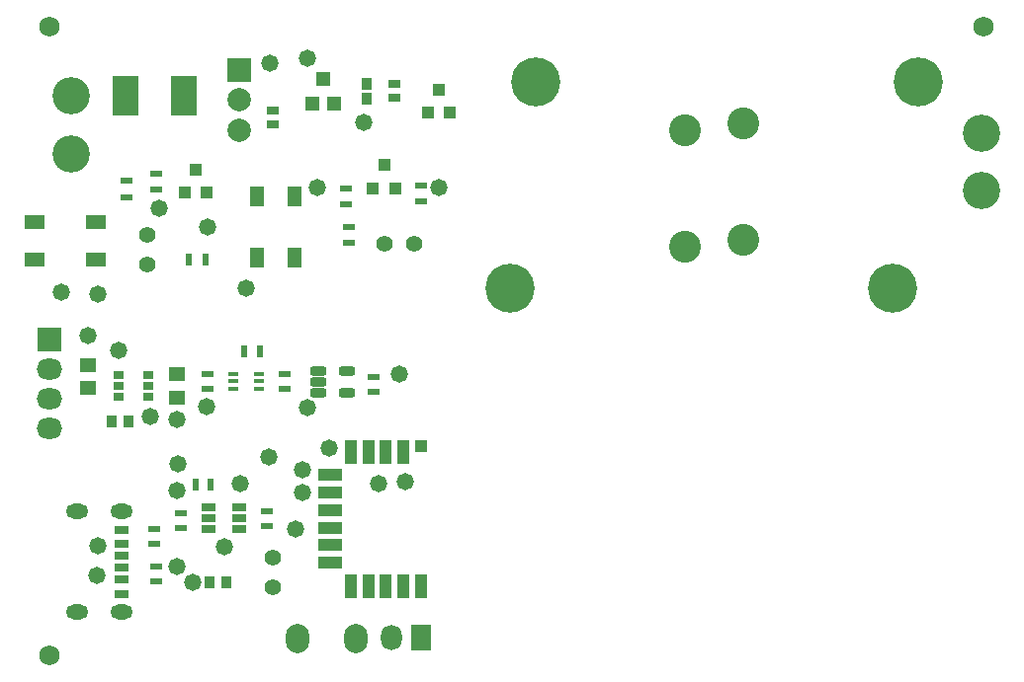
<source format=gbr>
G04*
G04 #@! TF.GenerationSoftware,Altium Limited,Altium Designer,23.0.1 (38)*
G04*
G04 Layer_Color=8388736*
%FSLAX25Y25*%
%MOIN*%
G70*
G04*
G04 #@! TF.SameCoordinates,8278F28E-5B15-4BE8-8149-663F5D52C5DE*
G04*
G04*
G04 #@! TF.FilePolarity,Negative*
G04*
G01*
G75*
%ADD16R,0.03543X0.02756*%
%ADD17R,0.03543X0.03937*%
%ADD18R,0.04724X0.02756*%
%ADD19R,0.04724X0.02992*%
%ADD20R,0.04724X0.03150*%
%ADD21R,0.03543X0.01575*%
%ADD23R,0.03900X0.07900*%
%ADD24R,0.07900X0.03900*%
%ADD25R,0.03900X0.04300*%
%ADD36R,0.04343X0.02769*%
%ADD37R,0.03950X0.04343*%
%ADD38R,0.04737X0.04737*%
G04:AMPARAMS|DCode=39|XSize=56.03mil|YSize=31.62mil|CornerRadius=9.91mil|HoleSize=0mil|Usage=FLASHONLY|Rotation=0.000|XOffset=0mil|YOffset=0mil|HoleType=Round|Shape=RoundedRectangle|*
%AMROUNDEDRECTD39*
21,1,0.05603,0.01181,0,0,0.0*
21,1,0.03622,0.03162,0,0,0.0*
1,1,0.01981,0.01811,-0.00591*
1,1,0.01981,-0.01811,-0.00591*
1,1,0.01981,-0.01811,0.00591*
1,1,0.01981,0.01811,0.00591*
%
%ADD39ROUNDEDRECTD39*%
%ADD40R,0.05524X0.04737*%
%ADD41R,0.02375X0.04343*%
%ADD42R,0.04343X0.02375*%
%ADD43R,0.04737X0.06902*%
%ADD44R,0.06902X0.04737*%
%ADD45R,0.03359X0.04343*%
%ADD46R,0.05131X0.03162*%
%ADD47R,0.08674X0.13320*%
%ADD48O,0.07493X0.05131*%
%ADD49C,0.06800*%
%ADD50C,0.12611*%
%ADD51C,0.10737*%
%ADD52C,0.16548*%
%ADD53R,0.07887X0.07887*%
%ADD54C,0.07887*%
%ADD55R,0.07887X0.07887*%
%ADD56O,0.08674X0.07099*%
%ADD57O,0.07887X0.09855*%
%ADD58R,0.07099X0.08674*%
%ADD59O,0.07099X0.08674*%
%ADD60C,0.05524*%
%ADD61C,0.05800*%
D16*
X38000Y99260D02*
D03*
Y103000D02*
D03*
Y106740D02*
D03*
X47842D02*
D03*
Y99260D02*
D03*
Y103000D02*
D03*
D17*
X121500Y205059D02*
D03*
Y199941D02*
D03*
D18*
X38961Y41524D02*
D03*
Y45461D02*
D03*
D19*
Y37508D02*
D03*
Y49476D02*
D03*
D20*
Y32665D02*
D03*
Y54319D02*
D03*
D21*
X85331Y107059D02*
D03*
Y104500D02*
D03*
Y101941D02*
D03*
X76669Y107059D02*
D03*
Y104500D02*
D03*
Y101941D02*
D03*
D23*
X139950Y35360D02*
D03*
X134040D02*
D03*
X128130D02*
D03*
X122220D02*
D03*
X116310D02*
D03*
Y80640D02*
D03*
X122220D02*
D03*
X128130D02*
D03*
X134040D02*
D03*
D24*
X109425Y43225D02*
D03*
Y49135D02*
D03*
Y55045D02*
D03*
Y60955D02*
D03*
Y66865D02*
D03*
Y72775D02*
D03*
D25*
X139950Y82440D02*
D03*
D36*
X90000Y195862D02*
D03*
Y191138D02*
D03*
X131000Y204862D02*
D03*
Y200138D02*
D03*
D37*
X142260Y195126D02*
D03*
X149740D02*
D03*
X146000Y203000D02*
D03*
X127500Y177500D02*
D03*
X131240Y169626D02*
D03*
X123760D02*
D03*
X64000Y176000D02*
D03*
X67740Y168126D02*
D03*
X60260D02*
D03*
D38*
X103260Y198232D02*
D03*
X110740D02*
D03*
X107000Y206500D02*
D03*
D39*
X105197Y108000D02*
D03*
Y104260D02*
D03*
Y100520D02*
D03*
X115000D02*
D03*
Y108000D02*
D03*
D40*
X27500Y102126D02*
D03*
Y110000D02*
D03*
X57500Y99063D02*
D03*
Y106937D02*
D03*
D41*
X67256Y145500D02*
D03*
X61744D02*
D03*
X69059Y69500D02*
D03*
X63941D02*
D03*
X85559Y114500D02*
D03*
X80441D02*
D03*
D42*
X124000Y100882D02*
D03*
Y106000D02*
D03*
X140000Y170756D02*
D03*
Y165244D02*
D03*
X114500Y169756D02*
D03*
Y164244D02*
D03*
X115500Y151244D02*
D03*
Y156756D02*
D03*
X40500Y166744D02*
D03*
Y172256D02*
D03*
X50500Y169244D02*
D03*
Y174756D02*
D03*
X94000Y101941D02*
D03*
Y107059D02*
D03*
X68000Y101941D02*
D03*
Y107059D02*
D03*
X50000Y49441D02*
D03*
Y54559D02*
D03*
X50500Y42059D02*
D03*
Y36941D02*
D03*
X59000Y54941D02*
D03*
Y60059D02*
D03*
X88000Y60559D02*
D03*
Y55441D02*
D03*
D43*
X97299Y166835D02*
D03*
Y146165D02*
D03*
X84701Y166835D02*
D03*
Y146165D02*
D03*
D44*
X9665Y158299D02*
D03*
X30335D02*
D03*
X9665Y145701D02*
D03*
X30335D02*
D03*
D45*
X35646Y91000D02*
D03*
X41354D02*
D03*
X68646Y36500D02*
D03*
X74354D02*
D03*
D46*
X68264Y61980D02*
D03*
Y58240D02*
D03*
Y54500D02*
D03*
X78500Y58240D02*
D03*
Y54500D02*
D03*
Y61980D02*
D03*
D47*
X59842Y201000D02*
D03*
X40157D02*
D03*
D48*
X38961Y60500D02*
D03*
Y26484D02*
D03*
X24000Y60500D02*
D03*
Y26484D02*
D03*
D49*
X14811Y224410D02*
D03*
X329772D02*
D03*
X14811Y11811D02*
D03*
D50*
X22000Y181315D02*
D03*
Y200842D02*
D03*
X329000Y188342D02*
D03*
Y168815D02*
D03*
D51*
X248500Y152130D02*
D03*
Y191500D02*
D03*
X229000Y189370D02*
D03*
Y150000D02*
D03*
D52*
X298894Y135791D02*
D03*
X307555Y205476D02*
D03*
X178606Y205709D02*
D03*
X169945Y136024D02*
D03*
D53*
X78500Y209736D02*
D03*
D54*
Y189264D02*
D03*
Y199500D02*
D03*
D55*
X14500Y118500D02*
D03*
D56*
Y108500D02*
D03*
Y98500D02*
D03*
Y88500D02*
D03*
D57*
X117842Y17500D02*
D03*
X98158D02*
D03*
D58*
X140000Y18000D02*
D03*
D59*
X130000D02*
D03*
D60*
X137500Y151000D02*
D03*
X127500D02*
D03*
X47500Y144000D02*
D03*
Y154000D02*
D03*
X90000Y45000D02*
D03*
Y35000D02*
D03*
D61*
X30500Y39000D02*
D03*
X31000Y49000D02*
D03*
X73500Y48500D02*
D03*
X134500Y70500D02*
D03*
X105000Y170000D02*
D03*
X125500Y70000D02*
D03*
X120500Y192000D02*
D03*
X51500Y163000D02*
D03*
X109095Y81903D02*
D03*
X38000Y115000D02*
D03*
X27500Y120000D02*
D03*
X101500Y213500D02*
D03*
X89000Y212000D02*
D03*
X146000Y170000D02*
D03*
X81000Y136000D02*
D03*
X48500Y92500D02*
D03*
X57500Y91500D02*
D03*
X58000Y76500D02*
D03*
X79000Y70000D02*
D03*
X88500Y79000D02*
D03*
X132500Y107000D02*
D03*
X100000Y67000D02*
D03*
X31000Y134000D02*
D03*
X18500Y134500D02*
D03*
X68000Y156500D02*
D03*
X101500Y95500D02*
D03*
X67500Y96000D02*
D03*
X97500Y54500D02*
D03*
X100000Y74500D02*
D03*
X57500Y42000D02*
D03*
Y67500D02*
D03*
X63000Y36500D02*
D03*
M02*

</source>
